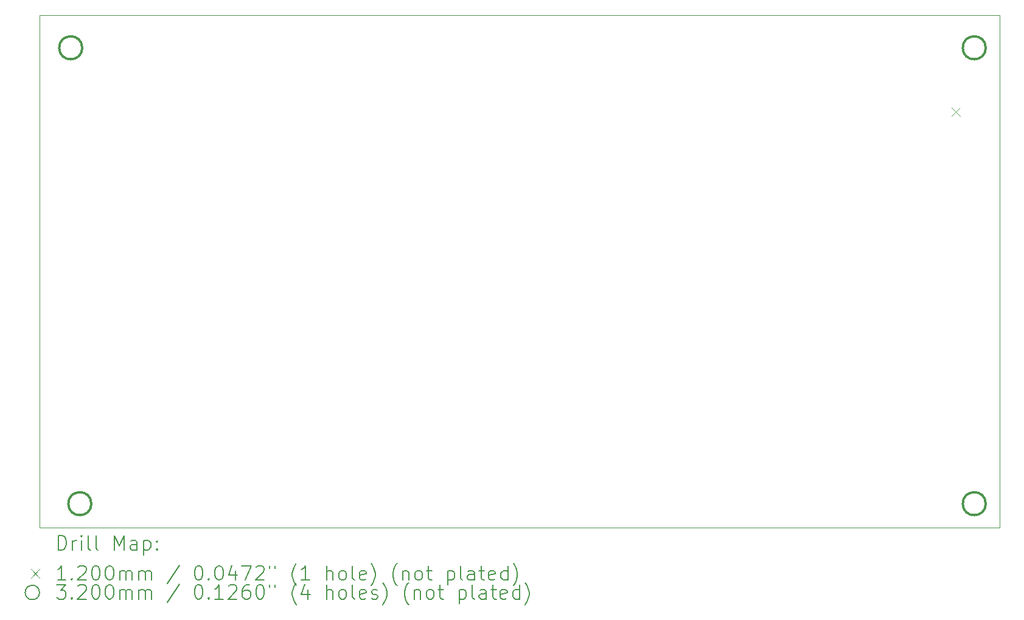
<source format=gbr>
%TF.GenerationSoftware,KiCad,Pcbnew,8.0.8+1*%
%TF.CreationDate,2025-02-28T11:29:15+11:00*%
%TF.ProjectId,mcharger_if,6d636861-7267-4657-925f-69662e6b6963,rev?*%
%TF.SameCoordinates,Original*%
%TF.FileFunction,Drillmap*%
%TF.FilePolarity,Positive*%
%FSLAX45Y45*%
G04 Gerber Fmt 4.5, Leading zero omitted, Abs format (unit mm)*
G04 Created by KiCad (PCBNEW 8.0.8+1) date 2025-02-28 11:29:15*
%MOMM*%
%LPD*%
G01*
G04 APERTURE LIST*
%ADD10C,0.050000*%
%ADD11C,0.200000*%
%ADD12C,0.120000*%
%ADD13C,0.320000*%
G04 APERTURE END LIST*
D10*
X3378200Y-5892800D02*
X16738600Y-5892800D01*
X16738600Y-13030200D01*
X3378200Y-13030200D01*
X3378200Y-5892800D01*
D11*
D12*
X16069000Y-7179000D02*
X16189000Y-7299000D01*
X16189000Y-7179000D02*
X16069000Y-7299000D01*
D13*
X3970000Y-6350000D02*
G75*
G02*
X3650000Y-6350000I-160000J0D01*
G01*
X3650000Y-6350000D02*
G75*
G02*
X3970000Y-6350000I160000J0D01*
G01*
X4097000Y-12700000D02*
G75*
G02*
X3777000Y-12700000I-160000J0D01*
G01*
X3777000Y-12700000D02*
G75*
G02*
X4097000Y-12700000I160000J0D01*
G01*
X16543000Y-6350000D02*
G75*
G02*
X16223000Y-6350000I-160000J0D01*
G01*
X16223000Y-6350000D02*
G75*
G02*
X16543000Y-6350000I160000J0D01*
G01*
X16543000Y-12700000D02*
G75*
G02*
X16223000Y-12700000I-160000J0D01*
G01*
X16223000Y-12700000D02*
G75*
G02*
X16543000Y-12700000I160000J0D01*
G01*
D11*
X3636477Y-13344184D02*
X3636477Y-13144184D01*
X3636477Y-13144184D02*
X3684096Y-13144184D01*
X3684096Y-13144184D02*
X3712667Y-13153708D01*
X3712667Y-13153708D02*
X3731715Y-13172755D01*
X3731715Y-13172755D02*
X3741239Y-13191803D01*
X3741239Y-13191803D02*
X3750762Y-13229898D01*
X3750762Y-13229898D02*
X3750762Y-13258469D01*
X3750762Y-13258469D02*
X3741239Y-13296565D01*
X3741239Y-13296565D02*
X3731715Y-13315612D01*
X3731715Y-13315612D02*
X3712667Y-13334660D01*
X3712667Y-13334660D02*
X3684096Y-13344184D01*
X3684096Y-13344184D02*
X3636477Y-13344184D01*
X3836477Y-13344184D02*
X3836477Y-13210850D01*
X3836477Y-13248946D02*
X3846001Y-13229898D01*
X3846001Y-13229898D02*
X3855524Y-13220374D01*
X3855524Y-13220374D02*
X3874572Y-13210850D01*
X3874572Y-13210850D02*
X3893620Y-13210850D01*
X3960286Y-13344184D02*
X3960286Y-13210850D01*
X3960286Y-13144184D02*
X3950762Y-13153708D01*
X3950762Y-13153708D02*
X3960286Y-13163231D01*
X3960286Y-13163231D02*
X3969810Y-13153708D01*
X3969810Y-13153708D02*
X3960286Y-13144184D01*
X3960286Y-13144184D02*
X3960286Y-13163231D01*
X4084096Y-13344184D02*
X4065048Y-13334660D01*
X4065048Y-13334660D02*
X4055524Y-13315612D01*
X4055524Y-13315612D02*
X4055524Y-13144184D01*
X4188858Y-13344184D02*
X4169810Y-13334660D01*
X4169810Y-13334660D02*
X4160286Y-13315612D01*
X4160286Y-13315612D02*
X4160286Y-13144184D01*
X4417429Y-13344184D02*
X4417429Y-13144184D01*
X4417429Y-13144184D02*
X4484096Y-13287041D01*
X4484096Y-13287041D02*
X4550763Y-13144184D01*
X4550763Y-13144184D02*
X4550763Y-13344184D01*
X4731715Y-13344184D02*
X4731715Y-13239422D01*
X4731715Y-13239422D02*
X4722191Y-13220374D01*
X4722191Y-13220374D02*
X4703144Y-13210850D01*
X4703144Y-13210850D02*
X4665048Y-13210850D01*
X4665048Y-13210850D02*
X4646001Y-13220374D01*
X4731715Y-13334660D02*
X4712667Y-13344184D01*
X4712667Y-13344184D02*
X4665048Y-13344184D01*
X4665048Y-13344184D02*
X4646001Y-13334660D01*
X4646001Y-13334660D02*
X4636477Y-13315612D01*
X4636477Y-13315612D02*
X4636477Y-13296565D01*
X4636477Y-13296565D02*
X4646001Y-13277517D01*
X4646001Y-13277517D02*
X4665048Y-13267993D01*
X4665048Y-13267993D02*
X4712667Y-13267993D01*
X4712667Y-13267993D02*
X4731715Y-13258469D01*
X4826953Y-13210850D02*
X4826953Y-13410850D01*
X4826953Y-13220374D02*
X4846001Y-13210850D01*
X4846001Y-13210850D02*
X4884096Y-13210850D01*
X4884096Y-13210850D02*
X4903144Y-13220374D01*
X4903144Y-13220374D02*
X4912667Y-13229898D01*
X4912667Y-13229898D02*
X4922191Y-13248946D01*
X4922191Y-13248946D02*
X4922191Y-13306088D01*
X4922191Y-13306088D02*
X4912667Y-13325136D01*
X4912667Y-13325136D02*
X4903144Y-13334660D01*
X4903144Y-13334660D02*
X4884096Y-13344184D01*
X4884096Y-13344184D02*
X4846001Y-13344184D01*
X4846001Y-13344184D02*
X4826953Y-13334660D01*
X5007905Y-13325136D02*
X5017429Y-13334660D01*
X5017429Y-13334660D02*
X5007905Y-13344184D01*
X5007905Y-13344184D02*
X4998382Y-13334660D01*
X4998382Y-13334660D02*
X5007905Y-13325136D01*
X5007905Y-13325136D02*
X5007905Y-13344184D01*
X5007905Y-13220374D02*
X5017429Y-13229898D01*
X5017429Y-13229898D02*
X5007905Y-13239422D01*
X5007905Y-13239422D02*
X4998382Y-13229898D01*
X4998382Y-13229898D02*
X5007905Y-13220374D01*
X5007905Y-13220374D02*
X5007905Y-13239422D01*
D12*
X3255700Y-13612700D02*
X3375700Y-13732700D01*
X3375700Y-13612700D02*
X3255700Y-13732700D01*
D11*
X3741239Y-13764184D02*
X3626953Y-13764184D01*
X3684096Y-13764184D02*
X3684096Y-13564184D01*
X3684096Y-13564184D02*
X3665048Y-13592755D01*
X3665048Y-13592755D02*
X3646001Y-13611803D01*
X3646001Y-13611803D02*
X3626953Y-13621327D01*
X3826953Y-13745136D02*
X3836477Y-13754660D01*
X3836477Y-13754660D02*
X3826953Y-13764184D01*
X3826953Y-13764184D02*
X3817429Y-13754660D01*
X3817429Y-13754660D02*
X3826953Y-13745136D01*
X3826953Y-13745136D02*
X3826953Y-13764184D01*
X3912667Y-13583231D02*
X3922191Y-13573708D01*
X3922191Y-13573708D02*
X3941239Y-13564184D01*
X3941239Y-13564184D02*
X3988858Y-13564184D01*
X3988858Y-13564184D02*
X4007905Y-13573708D01*
X4007905Y-13573708D02*
X4017429Y-13583231D01*
X4017429Y-13583231D02*
X4026953Y-13602279D01*
X4026953Y-13602279D02*
X4026953Y-13621327D01*
X4026953Y-13621327D02*
X4017429Y-13649898D01*
X4017429Y-13649898D02*
X3903143Y-13764184D01*
X3903143Y-13764184D02*
X4026953Y-13764184D01*
X4150762Y-13564184D02*
X4169810Y-13564184D01*
X4169810Y-13564184D02*
X4188858Y-13573708D01*
X4188858Y-13573708D02*
X4198382Y-13583231D01*
X4198382Y-13583231D02*
X4207905Y-13602279D01*
X4207905Y-13602279D02*
X4217429Y-13640374D01*
X4217429Y-13640374D02*
X4217429Y-13687993D01*
X4217429Y-13687993D02*
X4207905Y-13726088D01*
X4207905Y-13726088D02*
X4198382Y-13745136D01*
X4198382Y-13745136D02*
X4188858Y-13754660D01*
X4188858Y-13754660D02*
X4169810Y-13764184D01*
X4169810Y-13764184D02*
X4150762Y-13764184D01*
X4150762Y-13764184D02*
X4131715Y-13754660D01*
X4131715Y-13754660D02*
X4122191Y-13745136D01*
X4122191Y-13745136D02*
X4112667Y-13726088D01*
X4112667Y-13726088D02*
X4103143Y-13687993D01*
X4103143Y-13687993D02*
X4103143Y-13640374D01*
X4103143Y-13640374D02*
X4112667Y-13602279D01*
X4112667Y-13602279D02*
X4122191Y-13583231D01*
X4122191Y-13583231D02*
X4131715Y-13573708D01*
X4131715Y-13573708D02*
X4150762Y-13564184D01*
X4341239Y-13564184D02*
X4360286Y-13564184D01*
X4360286Y-13564184D02*
X4379334Y-13573708D01*
X4379334Y-13573708D02*
X4388858Y-13583231D01*
X4388858Y-13583231D02*
X4398382Y-13602279D01*
X4398382Y-13602279D02*
X4407905Y-13640374D01*
X4407905Y-13640374D02*
X4407905Y-13687993D01*
X4407905Y-13687993D02*
X4398382Y-13726088D01*
X4398382Y-13726088D02*
X4388858Y-13745136D01*
X4388858Y-13745136D02*
X4379334Y-13754660D01*
X4379334Y-13754660D02*
X4360286Y-13764184D01*
X4360286Y-13764184D02*
X4341239Y-13764184D01*
X4341239Y-13764184D02*
X4322191Y-13754660D01*
X4322191Y-13754660D02*
X4312667Y-13745136D01*
X4312667Y-13745136D02*
X4303144Y-13726088D01*
X4303144Y-13726088D02*
X4293620Y-13687993D01*
X4293620Y-13687993D02*
X4293620Y-13640374D01*
X4293620Y-13640374D02*
X4303144Y-13602279D01*
X4303144Y-13602279D02*
X4312667Y-13583231D01*
X4312667Y-13583231D02*
X4322191Y-13573708D01*
X4322191Y-13573708D02*
X4341239Y-13564184D01*
X4493620Y-13764184D02*
X4493620Y-13630850D01*
X4493620Y-13649898D02*
X4503144Y-13640374D01*
X4503144Y-13640374D02*
X4522191Y-13630850D01*
X4522191Y-13630850D02*
X4550763Y-13630850D01*
X4550763Y-13630850D02*
X4569810Y-13640374D01*
X4569810Y-13640374D02*
X4579334Y-13659422D01*
X4579334Y-13659422D02*
X4579334Y-13764184D01*
X4579334Y-13659422D02*
X4588858Y-13640374D01*
X4588858Y-13640374D02*
X4607905Y-13630850D01*
X4607905Y-13630850D02*
X4636477Y-13630850D01*
X4636477Y-13630850D02*
X4655525Y-13640374D01*
X4655525Y-13640374D02*
X4665048Y-13659422D01*
X4665048Y-13659422D02*
X4665048Y-13764184D01*
X4760286Y-13764184D02*
X4760286Y-13630850D01*
X4760286Y-13649898D02*
X4769810Y-13640374D01*
X4769810Y-13640374D02*
X4788858Y-13630850D01*
X4788858Y-13630850D02*
X4817429Y-13630850D01*
X4817429Y-13630850D02*
X4836477Y-13640374D01*
X4836477Y-13640374D02*
X4846001Y-13659422D01*
X4846001Y-13659422D02*
X4846001Y-13764184D01*
X4846001Y-13659422D02*
X4855525Y-13640374D01*
X4855525Y-13640374D02*
X4874572Y-13630850D01*
X4874572Y-13630850D02*
X4903144Y-13630850D01*
X4903144Y-13630850D02*
X4922191Y-13640374D01*
X4922191Y-13640374D02*
X4931715Y-13659422D01*
X4931715Y-13659422D02*
X4931715Y-13764184D01*
X5322191Y-13554660D02*
X5150763Y-13811803D01*
X5579334Y-13564184D02*
X5598382Y-13564184D01*
X5598382Y-13564184D02*
X5617429Y-13573708D01*
X5617429Y-13573708D02*
X5626953Y-13583231D01*
X5626953Y-13583231D02*
X5636477Y-13602279D01*
X5636477Y-13602279D02*
X5646001Y-13640374D01*
X5646001Y-13640374D02*
X5646001Y-13687993D01*
X5646001Y-13687993D02*
X5636477Y-13726088D01*
X5636477Y-13726088D02*
X5626953Y-13745136D01*
X5626953Y-13745136D02*
X5617429Y-13754660D01*
X5617429Y-13754660D02*
X5598382Y-13764184D01*
X5598382Y-13764184D02*
X5579334Y-13764184D01*
X5579334Y-13764184D02*
X5560287Y-13754660D01*
X5560287Y-13754660D02*
X5550763Y-13745136D01*
X5550763Y-13745136D02*
X5541239Y-13726088D01*
X5541239Y-13726088D02*
X5531715Y-13687993D01*
X5531715Y-13687993D02*
X5531715Y-13640374D01*
X5531715Y-13640374D02*
X5541239Y-13602279D01*
X5541239Y-13602279D02*
X5550763Y-13583231D01*
X5550763Y-13583231D02*
X5560287Y-13573708D01*
X5560287Y-13573708D02*
X5579334Y-13564184D01*
X5731715Y-13745136D02*
X5741239Y-13754660D01*
X5741239Y-13754660D02*
X5731715Y-13764184D01*
X5731715Y-13764184D02*
X5722191Y-13754660D01*
X5722191Y-13754660D02*
X5731715Y-13745136D01*
X5731715Y-13745136D02*
X5731715Y-13764184D01*
X5865048Y-13564184D02*
X5884096Y-13564184D01*
X5884096Y-13564184D02*
X5903144Y-13573708D01*
X5903144Y-13573708D02*
X5912667Y-13583231D01*
X5912667Y-13583231D02*
X5922191Y-13602279D01*
X5922191Y-13602279D02*
X5931715Y-13640374D01*
X5931715Y-13640374D02*
X5931715Y-13687993D01*
X5931715Y-13687993D02*
X5922191Y-13726088D01*
X5922191Y-13726088D02*
X5912667Y-13745136D01*
X5912667Y-13745136D02*
X5903144Y-13754660D01*
X5903144Y-13754660D02*
X5884096Y-13764184D01*
X5884096Y-13764184D02*
X5865048Y-13764184D01*
X5865048Y-13764184D02*
X5846001Y-13754660D01*
X5846001Y-13754660D02*
X5836477Y-13745136D01*
X5836477Y-13745136D02*
X5826953Y-13726088D01*
X5826953Y-13726088D02*
X5817429Y-13687993D01*
X5817429Y-13687993D02*
X5817429Y-13640374D01*
X5817429Y-13640374D02*
X5826953Y-13602279D01*
X5826953Y-13602279D02*
X5836477Y-13583231D01*
X5836477Y-13583231D02*
X5846001Y-13573708D01*
X5846001Y-13573708D02*
X5865048Y-13564184D01*
X6103144Y-13630850D02*
X6103144Y-13764184D01*
X6055525Y-13554660D02*
X6007906Y-13697517D01*
X6007906Y-13697517D02*
X6131715Y-13697517D01*
X6188858Y-13564184D02*
X6322191Y-13564184D01*
X6322191Y-13564184D02*
X6236477Y-13764184D01*
X6388858Y-13583231D02*
X6398382Y-13573708D01*
X6398382Y-13573708D02*
X6417429Y-13564184D01*
X6417429Y-13564184D02*
X6465048Y-13564184D01*
X6465048Y-13564184D02*
X6484096Y-13573708D01*
X6484096Y-13573708D02*
X6493620Y-13583231D01*
X6493620Y-13583231D02*
X6503144Y-13602279D01*
X6503144Y-13602279D02*
X6503144Y-13621327D01*
X6503144Y-13621327D02*
X6493620Y-13649898D01*
X6493620Y-13649898D02*
X6379334Y-13764184D01*
X6379334Y-13764184D02*
X6503144Y-13764184D01*
X6579334Y-13564184D02*
X6579334Y-13602279D01*
X6655525Y-13564184D02*
X6655525Y-13602279D01*
X6950763Y-13840374D02*
X6941239Y-13830850D01*
X6941239Y-13830850D02*
X6922191Y-13802279D01*
X6922191Y-13802279D02*
X6912668Y-13783231D01*
X6912668Y-13783231D02*
X6903144Y-13754660D01*
X6903144Y-13754660D02*
X6893620Y-13707041D01*
X6893620Y-13707041D02*
X6893620Y-13668946D01*
X6893620Y-13668946D02*
X6903144Y-13621327D01*
X6903144Y-13621327D02*
X6912668Y-13592755D01*
X6912668Y-13592755D02*
X6922191Y-13573708D01*
X6922191Y-13573708D02*
X6941239Y-13545136D01*
X6941239Y-13545136D02*
X6950763Y-13535612D01*
X7131715Y-13764184D02*
X7017429Y-13764184D01*
X7074572Y-13764184D02*
X7074572Y-13564184D01*
X7074572Y-13564184D02*
X7055525Y-13592755D01*
X7055525Y-13592755D02*
X7036477Y-13611803D01*
X7036477Y-13611803D02*
X7017429Y-13621327D01*
X7369810Y-13764184D02*
X7369810Y-13564184D01*
X7455525Y-13764184D02*
X7455525Y-13659422D01*
X7455525Y-13659422D02*
X7446001Y-13640374D01*
X7446001Y-13640374D02*
X7426953Y-13630850D01*
X7426953Y-13630850D02*
X7398382Y-13630850D01*
X7398382Y-13630850D02*
X7379334Y-13640374D01*
X7379334Y-13640374D02*
X7369810Y-13649898D01*
X7579334Y-13764184D02*
X7560287Y-13754660D01*
X7560287Y-13754660D02*
X7550763Y-13745136D01*
X7550763Y-13745136D02*
X7541239Y-13726088D01*
X7541239Y-13726088D02*
X7541239Y-13668946D01*
X7541239Y-13668946D02*
X7550763Y-13649898D01*
X7550763Y-13649898D02*
X7560287Y-13640374D01*
X7560287Y-13640374D02*
X7579334Y-13630850D01*
X7579334Y-13630850D02*
X7607906Y-13630850D01*
X7607906Y-13630850D02*
X7626953Y-13640374D01*
X7626953Y-13640374D02*
X7636477Y-13649898D01*
X7636477Y-13649898D02*
X7646001Y-13668946D01*
X7646001Y-13668946D02*
X7646001Y-13726088D01*
X7646001Y-13726088D02*
X7636477Y-13745136D01*
X7636477Y-13745136D02*
X7626953Y-13754660D01*
X7626953Y-13754660D02*
X7607906Y-13764184D01*
X7607906Y-13764184D02*
X7579334Y-13764184D01*
X7760287Y-13764184D02*
X7741239Y-13754660D01*
X7741239Y-13754660D02*
X7731715Y-13735612D01*
X7731715Y-13735612D02*
X7731715Y-13564184D01*
X7912668Y-13754660D02*
X7893620Y-13764184D01*
X7893620Y-13764184D02*
X7855525Y-13764184D01*
X7855525Y-13764184D02*
X7836477Y-13754660D01*
X7836477Y-13754660D02*
X7826953Y-13735612D01*
X7826953Y-13735612D02*
X7826953Y-13659422D01*
X7826953Y-13659422D02*
X7836477Y-13640374D01*
X7836477Y-13640374D02*
X7855525Y-13630850D01*
X7855525Y-13630850D02*
X7893620Y-13630850D01*
X7893620Y-13630850D02*
X7912668Y-13640374D01*
X7912668Y-13640374D02*
X7922191Y-13659422D01*
X7922191Y-13659422D02*
X7922191Y-13678469D01*
X7922191Y-13678469D02*
X7826953Y-13697517D01*
X7988858Y-13840374D02*
X7998382Y-13830850D01*
X7998382Y-13830850D02*
X8017430Y-13802279D01*
X8017430Y-13802279D02*
X8026953Y-13783231D01*
X8026953Y-13783231D02*
X8036477Y-13754660D01*
X8036477Y-13754660D02*
X8046001Y-13707041D01*
X8046001Y-13707041D02*
X8046001Y-13668946D01*
X8046001Y-13668946D02*
X8036477Y-13621327D01*
X8036477Y-13621327D02*
X8026953Y-13592755D01*
X8026953Y-13592755D02*
X8017430Y-13573708D01*
X8017430Y-13573708D02*
X7998382Y-13545136D01*
X7998382Y-13545136D02*
X7988858Y-13535612D01*
X8350763Y-13840374D02*
X8341239Y-13830850D01*
X8341239Y-13830850D02*
X8322191Y-13802279D01*
X8322191Y-13802279D02*
X8312668Y-13783231D01*
X8312668Y-13783231D02*
X8303144Y-13754660D01*
X8303144Y-13754660D02*
X8293620Y-13707041D01*
X8293620Y-13707041D02*
X8293620Y-13668946D01*
X8293620Y-13668946D02*
X8303144Y-13621327D01*
X8303144Y-13621327D02*
X8312668Y-13592755D01*
X8312668Y-13592755D02*
X8322191Y-13573708D01*
X8322191Y-13573708D02*
X8341239Y-13545136D01*
X8341239Y-13545136D02*
X8350763Y-13535612D01*
X8426953Y-13630850D02*
X8426953Y-13764184D01*
X8426953Y-13649898D02*
X8436477Y-13640374D01*
X8436477Y-13640374D02*
X8455525Y-13630850D01*
X8455525Y-13630850D02*
X8484096Y-13630850D01*
X8484096Y-13630850D02*
X8503144Y-13640374D01*
X8503144Y-13640374D02*
X8512668Y-13659422D01*
X8512668Y-13659422D02*
X8512668Y-13764184D01*
X8636477Y-13764184D02*
X8617430Y-13754660D01*
X8617430Y-13754660D02*
X8607906Y-13745136D01*
X8607906Y-13745136D02*
X8598382Y-13726088D01*
X8598382Y-13726088D02*
X8598382Y-13668946D01*
X8598382Y-13668946D02*
X8607906Y-13649898D01*
X8607906Y-13649898D02*
X8617430Y-13640374D01*
X8617430Y-13640374D02*
X8636477Y-13630850D01*
X8636477Y-13630850D02*
X8665049Y-13630850D01*
X8665049Y-13630850D02*
X8684096Y-13640374D01*
X8684096Y-13640374D02*
X8693620Y-13649898D01*
X8693620Y-13649898D02*
X8703144Y-13668946D01*
X8703144Y-13668946D02*
X8703144Y-13726088D01*
X8703144Y-13726088D02*
X8693620Y-13745136D01*
X8693620Y-13745136D02*
X8684096Y-13754660D01*
X8684096Y-13754660D02*
X8665049Y-13764184D01*
X8665049Y-13764184D02*
X8636477Y-13764184D01*
X8760287Y-13630850D02*
X8836477Y-13630850D01*
X8788858Y-13564184D02*
X8788858Y-13735612D01*
X8788858Y-13735612D02*
X8798382Y-13754660D01*
X8798382Y-13754660D02*
X8817430Y-13764184D01*
X8817430Y-13764184D02*
X8836477Y-13764184D01*
X9055525Y-13630850D02*
X9055525Y-13830850D01*
X9055525Y-13640374D02*
X9074573Y-13630850D01*
X9074573Y-13630850D02*
X9112668Y-13630850D01*
X9112668Y-13630850D02*
X9131715Y-13640374D01*
X9131715Y-13640374D02*
X9141239Y-13649898D01*
X9141239Y-13649898D02*
X9150763Y-13668946D01*
X9150763Y-13668946D02*
X9150763Y-13726088D01*
X9150763Y-13726088D02*
X9141239Y-13745136D01*
X9141239Y-13745136D02*
X9131715Y-13754660D01*
X9131715Y-13754660D02*
X9112668Y-13764184D01*
X9112668Y-13764184D02*
X9074573Y-13764184D01*
X9074573Y-13764184D02*
X9055525Y-13754660D01*
X9265049Y-13764184D02*
X9246001Y-13754660D01*
X9246001Y-13754660D02*
X9236477Y-13735612D01*
X9236477Y-13735612D02*
X9236477Y-13564184D01*
X9426954Y-13764184D02*
X9426954Y-13659422D01*
X9426954Y-13659422D02*
X9417430Y-13640374D01*
X9417430Y-13640374D02*
X9398382Y-13630850D01*
X9398382Y-13630850D02*
X9360287Y-13630850D01*
X9360287Y-13630850D02*
X9341239Y-13640374D01*
X9426954Y-13754660D02*
X9407906Y-13764184D01*
X9407906Y-13764184D02*
X9360287Y-13764184D01*
X9360287Y-13764184D02*
X9341239Y-13754660D01*
X9341239Y-13754660D02*
X9331715Y-13735612D01*
X9331715Y-13735612D02*
X9331715Y-13716565D01*
X9331715Y-13716565D02*
X9341239Y-13697517D01*
X9341239Y-13697517D02*
X9360287Y-13687993D01*
X9360287Y-13687993D02*
X9407906Y-13687993D01*
X9407906Y-13687993D02*
X9426954Y-13678469D01*
X9493620Y-13630850D02*
X9569811Y-13630850D01*
X9522192Y-13564184D02*
X9522192Y-13735612D01*
X9522192Y-13735612D02*
X9531715Y-13754660D01*
X9531715Y-13754660D02*
X9550763Y-13764184D01*
X9550763Y-13764184D02*
X9569811Y-13764184D01*
X9712668Y-13754660D02*
X9693620Y-13764184D01*
X9693620Y-13764184D02*
X9655525Y-13764184D01*
X9655525Y-13764184D02*
X9636477Y-13754660D01*
X9636477Y-13754660D02*
X9626954Y-13735612D01*
X9626954Y-13735612D02*
X9626954Y-13659422D01*
X9626954Y-13659422D02*
X9636477Y-13640374D01*
X9636477Y-13640374D02*
X9655525Y-13630850D01*
X9655525Y-13630850D02*
X9693620Y-13630850D01*
X9693620Y-13630850D02*
X9712668Y-13640374D01*
X9712668Y-13640374D02*
X9722192Y-13659422D01*
X9722192Y-13659422D02*
X9722192Y-13678469D01*
X9722192Y-13678469D02*
X9626954Y-13697517D01*
X9893620Y-13764184D02*
X9893620Y-13564184D01*
X9893620Y-13754660D02*
X9874573Y-13764184D01*
X9874573Y-13764184D02*
X9836477Y-13764184D01*
X9836477Y-13764184D02*
X9817430Y-13754660D01*
X9817430Y-13754660D02*
X9807906Y-13745136D01*
X9807906Y-13745136D02*
X9798382Y-13726088D01*
X9798382Y-13726088D02*
X9798382Y-13668946D01*
X9798382Y-13668946D02*
X9807906Y-13649898D01*
X9807906Y-13649898D02*
X9817430Y-13640374D01*
X9817430Y-13640374D02*
X9836477Y-13630850D01*
X9836477Y-13630850D02*
X9874573Y-13630850D01*
X9874573Y-13630850D02*
X9893620Y-13640374D01*
X9969811Y-13840374D02*
X9979335Y-13830850D01*
X9979335Y-13830850D02*
X9998382Y-13802279D01*
X9998382Y-13802279D02*
X10007906Y-13783231D01*
X10007906Y-13783231D02*
X10017430Y-13754660D01*
X10017430Y-13754660D02*
X10026954Y-13707041D01*
X10026954Y-13707041D02*
X10026954Y-13668946D01*
X10026954Y-13668946D02*
X10017430Y-13621327D01*
X10017430Y-13621327D02*
X10007906Y-13592755D01*
X10007906Y-13592755D02*
X9998382Y-13573708D01*
X9998382Y-13573708D02*
X9979335Y-13545136D01*
X9979335Y-13545136D02*
X9969811Y-13535612D01*
X3375700Y-13936700D02*
G75*
G02*
X3175700Y-13936700I-100000J0D01*
G01*
X3175700Y-13936700D02*
G75*
G02*
X3375700Y-13936700I100000J0D01*
G01*
X3617429Y-13828184D02*
X3741239Y-13828184D01*
X3741239Y-13828184D02*
X3674572Y-13904374D01*
X3674572Y-13904374D02*
X3703143Y-13904374D01*
X3703143Y-13904374D02*
X3722191Y-13913898D01*
X3722191Y-13913898D02*
X3731715Y-13923422D01*
X3731715Y-13923422D02*
X3741239Y-13942469D01*
X3741239Y-13942469D02*
X3741239Y-13990088D01*
X3741239Y-13990088D02*
X3731715Y-14009136D01*
X3731715Y-14009136D02*
X3722191Y-14018660D01*
X3722191Y-14018660D02*
X3703143Y-14028184D01*
X3703143Y-14028184D02*
X3646001Y-14028184D01*
X3646001Y-14028184D02*
X3626953Y-14018660D01*
X3626953Y-14018660D02*
X3617429Y-14009136D01*
X3826953Y-14009136D02*
X3836477Y-14018660D01*
X3836477Y-14018660D02*
X3826953Y-14028184D01*
X3826953Y-14028184D02*
X3817429Y-14018660D01*
X3817429Y-14018660D02*
X3826953Y-14009136D01*
X3826953Y-14009136D02*
X3826953Y-14028184D01*
X3912667Y-13847231D02*
X3922191Y-13837708D01*
X3922191Y-13837708D02*
X3941239Y-13828184D01*
X3941239Y-13828184D02*
X3988858Y-13828184D01*
X3988858Y-13828184D02*
X4007905Y-13837708D01*
X4007905Y-13837708D02*
X4017429Y-13847231D01*
X4017429Y-13847231D02*
X4026953Y-13866279D01*
X4026953Y-13866279D02*
X4026953Y-13885327D01*
X4026953Y-13885327D02*
X4017429Y-13913898D01*
X4017429Y-13913898D02*
X3903143Y-14028184D01*
X3903143Y-14028184D02*
X4026953Y-14028184D01*
X4150762Y-13828184D02*
X4169810Y-13828184D01*
X4169810Y-13828184D02*
X4188858Y-13837708D01*
X4188858Y-13837708D02*
X4198382Y-13847231D01*
X4198382Y-13847231D02*
X4207905Y-13866279D01*
X4207905Y-13866279D02*
X4217429Y-13904374D01*
X4217429Y-13904374D02*
X4217429Y-13951993D01*
X4217429Y-13951993D02*
X4207905Y-13990088D01*
X4207905Y-13990088D02*
X4198382Y-14009136D01*
X4198382Y-14009136D02*
X4188858Y-14018660D01*
X4188858Y-14018660D02*
X4169810Y-14028184D01*
X4169810Y-14028184D02*
X4150762Y-14028184D01*
X4150762Y-14028184D02*
X4131715Y-14018660D01*
X4131715Y-14018660D02*
X4122191Y-14009136D01*
X4122191Y-14009136D02*
X4112667Y-13990088D01*
X4112667Y-13990088D02*
X4103143Y-13951993D01*
X4103143Y-13951993D02*
X4103143Y-13904374D01*
X4103143Y-13904374D02*
X4112667Y-13866279D01*
X4112667Y-13866279D02*
X4122191Y-13847231D01*
X4122191Y-13847231D02*
X4131715Y-13837708D01*
X4131715Y-13837708D02*
X4150762Y-13828184D01*
X4341239Y-13828184D02*
X4360286Y-13828184D01*
X4360286Y-13828184D02*
X4379334Y-13837708D01*
X4379334Y-13837708D02*
X4388858Y-13847231D01*
X4388858Y-13847231D02*
X4398382Y-13866279D01*
X4398382Y-13866279D02*
X4407905Y-13904374D01*
X4407905Y-13904374D02*
X4407905Y-13951993D01*
X4407905Y-13951993D02*
X4398382Y-13990088D01*
X4398382Y-13990088D02*
X4388858Y-14009136D01*
X4388858Y-14009136D02*
X4379334Y-14018660D01*
X4379334Y-14018660D02*
X4360286Y-14028184D01*
X4360286Y-14028184D02*
X4341239Y-14028184D01*
X4341239Y-14028184D02*
X4322191Y-14018660D01*
X4322191Y-14018660D02*
X4312667Y-14009136D01*
X4312667Y-14009136D02*
X4303144Y-13990088D01*
X4303144Y-13990088D02*
X4293620Y-13951993D01*
X4293620Y-13951993D02*
X4293620Y-13904374D01*
X4293620Y-13904374D02*
X4303144Y-13866279D01*
X4303144Y-13866279D02*
X4312667Y-13847231D01*
X4312667Y-13847231D02*
X4322191Y-13837708D01*
X4322191Y-13837708D02*
X4341239Y-13828184D01*
X4493620Y-14028184D02*
X4493620Y-13894850D01*
X4493620Y-13913898D02*
X4503144Y-13904374D01*
X4503144Y-13904374D02*
X4522191Y-13894850D01*
X4522191Y-13894850D02*
X4550763Y-13894850D01*
X4550763Y-13894850D02*
X4569810Y-13904374D01*
X4569810Y-13904374D02*
X4579334Y-13923422D01*
X4579334Y-13923422D02*
X4579334Y-14028184D01*
X4579334Y-13923422D02*
X4588858Y-13904374D01*
X4588858Y-13904374D02*
X4607905Y-13894850D01*
X4607905Y-13894850D02*
X4636477Y-13894850D01*
X4636477Y-13894850D02*
X4655525Y-13904374D01*
X4655525Y-13904374D02*
X4665048Y-13923422D01*
X4665048Y-13923422D02*
X4665048Y-14028184D01*
X4760286Y-14028184D02*
X4760286Y-13894850D01*
X4760286Y-13913898D02*
X4769810Y-13904374D01*
X4769810Y-13904374D02*
X4788858Y-13894850D01*
X4788858Y-13894850D02*
X4817429Y-13894850D01*
X4817429Y-13894850D02*
X4836477Y-13904374D01*
X4836477Y-13904374D02*
X4846001Y-13923422D01*
X4846001Y-13923422D02*
X4846001Y-14028184D01*
X4846001Y-13923422D02*
X4855525Y-13904374D01*
X4855525Y-13904374D02*
X4874572Y-13894850D01*
X4874572Y-13894850D02*
X4903144Y-13894850D01*
X4903144Y-13894850D02*
X4922191Y-13904374D01*
X4922191Y-13904374D02*
X4931715Y-13923422D01*
X4931715Y-13923422D02*
X4931715Y-14028184D01*
X5322191Y-13818660D02*
X5150763Y-14075803D01*
X5579334Y-13828184D02*
X5598382Y-13828184D01*
X5598382Y-13828184D02*
X5617429Y-13837708D01*
X5617429Y-13837708D02*
X5626953Y-13847231D01*
X5626953Y-13847231D02*
X5636477Y-13866279D01*
X5636477Y-13866279D02*
X5646001Y-13904374D01*
X5646001Y-13904374D02*
X5646001Y-13951993D01*
X5646001Y-13951993D02*
X5636477Y-13990088D01*
X5636477Y-13990088D02*
X5626953Y-14009136D01*
X5626953Y-14009136D02*
X5617429Y-14018660D01*
X5617429Y-14018660D02*
X5598382Y-14028184D01*
X5598382Y-14028184D02*
X5579334Y-14028184D01*
X5579334Y-14028184D02*
X5560287Y-14018660D01*
X5560287Y-14018660D02*
X5550763Y-14009136D01*
X5550763Y-14009136D02*
X5541239Y-13990088D01*
X5541239Y-13990088D02*
X5531715Y-13951993D01*
X5531715Y-13951993D02*
X5531715Y-13904374D01*
X5531715Y-13904374D02*
X5541239Y-13866279D01*
X5541239Y-13866279D02*
X5550763Y-13847231D01*
X5550763Y-13847231D02*
X5560287Y-13837708D01*
X5560287Y-13837708D02*
X5579334Y-13828184D01*
X5731715Y-14009136D02*
X5741239Y-14018660D01*
X5741239Y-14018660D02*
X5731715Y-14028184D01*
X5731715Y-14028184D02*
X5722191Y-14018660D01*
X5722191Y-14018660D02*
X5731715Y-14009136D01*
X5731715Y-14009136D02*
X5731715Y-14028184D01*
X5931715Y-14028184D02*
X5817429Y-14028184D01*
X5874572Y-14028184D02*
X5874572Y-13828184D01*
X5874572Y-13828184D02*
X5855525Y-13856755D01*
X5855525Y-13856755D02*
X5836477Y-13875803D01*
X5836477Y-13875803D02*
X5817429Y-13885327D01*
X6007906Y-13847231D02*
X6017429Y-13837708D01*
X6017429Y-13837708D02*
X6036477Y-13828184D01*
X6036477Y-13828184D02*
X6084096Y-13828184D01*
X6084096Y-13828184D02*
X6103144Y-13837708D01*
X6103144Y-13837708D02*
X6112667Y-13847231D01*
X6112667Y-13847231D02*
X6122191Y-13866279D01*
X6122191Y-13866279D02*
X6122191Y-13885327D01*
X6122191Y-13885327D02*
X6112667Y-13913898D01*
X6112667Y-13913898D02*
X5998382Y-14028184D01*
X5998382Y-14028184D02*
X6122191Y-14028184D01*
X6293620Y-13828184D02*
X6255525Y-13828184D01*
X6255525Y-13828184D02*
X6236477Y-13837708D01*
X6236477Y-13837708D02*
X6226953Y-13847231D01*
X6226953Y-13847231D02*
X6207906Y-13875803D01*
X6207906Y-13875803D02*
X6198382Y-13913898D01*
X6198382Y-13913898D02*
X6198382Y-13990088D01*
X6198382Y-13990088D02*
X6207906Y-14009136D01*
X6207906Y-14009136D02*
X6217429Y-14018660D01*
X6217429Y-14018660D02*
X6236477Y-14028184D01*
X6236477Y-14028184D02*
X6274572Y-14028184D01*
X6274572Y-14028184D02*
X6293620Y-14018660D01*
X6293620Y-14018660D02*
X6303144Y-14009136D01*
X6303144Y-14009136D02*
X6312667Y-13990088D01*
X6312667Y-13990088D02*
X6312667Y-13942469D01*
X6312667Y-13942469D02*
X6303144Y-13923422D01*
X6303144Y-13923422D02*
X6293620Y-13913898D01*
X6293620Y-13913898D02*
X6274572Y-13904374D01*
X6274572Y-13904374D02*
X6236477Y-13904374D01*
X6236477Y-13904374D02*
X6217429Y-13913898D01*
X6217429Y-13913898D02*
X6207906Y-13923422D01*
X6207906Y-13923422D02*
X6198382Y-13942469D01*
X6436477Y-13828184D02*
X6455525Y-13828184D01*
X6455525Y-13828184D02*
X6474572Y-13837708D01*
X6474572Y-13837708D02*
X6484096Y-13847231D01*
X6484096Y-13847231D02*
X6493620Y-13866279D01*
X6493620Y-13866279D02*
X6503144Y-13904374D01*
X6503144Y-13904374D02*
X6503144Y-13951993D01*
X6503144Y-13951993D02*
X6493620Y-13990088D01*
X6493620Y-13990088D02*
X6484096Y-14009136D01*
X6484096Y-14009136D02*
X6474572Y-14018660D01*
X6474572Y-14018660D02*
X6455525Y-14028184D01*
X6455525Y-14028184D02*
X6436477Y-14028184D01*
X6436477Y-14028184D02*
X6417429Y-14018660D01*
X6417429Y-14018660D02*
X6407906Y-14009136D01*
X6407906Y-14009136D02*
X6398382Y-13990088D01*
X6398382Y-13990088D02*
X6388858Y-13951993D01*
X6388858Y-13951993D02*
X6388858Y-13904374D01*
X6388858Y-13904374D02*
X6398382Y-13866279D01*
X6398382Y-13866279D02*
X6407906Y-13847231D01*
X6407906Y-13847231D02*
X6417429Y-13837708D01*
X6417429Y-13837708D02*
X6436477Y-13828184D01*
X6579334Y-13828184D02*
X6579334Y-13866279D01*
X6655525Y-13828184D02*
X6655525Y-13866279D01*
X6950763Y-14104374D02*
X6941239Y-14094850D01*
X6941239Y-14094850D02*
X6922191Y-14066279D01*
X6922191Y-14066279D02*
X6912668Y-14047231D01*
X6912668Y-14047231D02*
X6903144Y-14018660D01*
X6903144Y-14018660D02*
X6893620Y-13971041D01*
X6893620Y-13971041D02*
X6893620Y-13932946D01*
X6893620Y-13932946D02*
X6903144Y-13885327D01*
X6903144Y-13885327D02*
X6912668Y-13856755D01*
X6912668Y-13856755D02*
X6922191Y-13837708D01*
X6922191Y-13837708D02*
X6941239Y-13809136D01*
X6941239Y-13809136D02*
X6950763Y-13799612D01*
X7112668Y-13894850D02*
X7112668Y-14028184D01*
X7065048Y-13818660D02*
X7017429Y-13961517D01*
X7017429Y-13961517D02*
X7141239Y-13961517D01*
X7369810Y-14028184D02*
X7369810Y-13828184D01*
X7455525Y-14028184D02*
X7455525Y-13923422D01*
X7455525Y-13923422D02*
X7446001Y-13904374D01*
X7446001Y-13904374D02*
X7426953Y-13894850D01*
X7426953Y-13894850D02*
X7398382Y-13894850D01*
X7398382Y-13894850D02*
X7379334Y-13904374D01*
X7379334Y-13904374D02*
X7369810Y-13913898D01*
X7579334Y-14028184D02*
X7560287Y-14018660D01*
X7560287Y-14018660D02*
X7550763Y-14009136D01*
X7550763Y-14009136D02*
X7541239Y-13990088D01*
X7541239Y-13990088D02*
X7541239Y-13932946D01*
X7541239Y-13932946D02*
X7550763Y-13913898D01*
X7550763Y-13913898D02*
X7560287Y-13904374D01*
X7560287Y-13904374D02*
X7579334Y-13894850D01*
X7579334Y-13894850D02*
X7607906Y-13894850D01*
X7607906Y-13894850D02*
X7626953Y-13904374D01*
X7626953Y-13904374D02*
X7636477Y-13913898D01*
X7636477Y-13913898D02*
X7646001Y-13932946D01*
X7646001Y-13932946D02*
X7646001Y-13990088D01*
X7646001Y-13990088D02*
X7636477Y-14009136D01*
X7636477Y-14009136D02*
X7626953Y-14018660D01*
X7626953Y-14018660D02*
X7607906Y-14028184D01*
X7607906Y-14028184D02*
X7579334Y-14028184D01*
X7760287Y-14028184D02*
X7741239Y-14018660D01*
X7741239Y-14018660D02*
X7731715Y-13999612D01*
X7731715Y-13999612D02*
X7731715Y-13828184D01*
X7912668Y-14018660D02*
X7893620Y-14028184D01*
X7893620Y-14028184D02*
X7855525Y-14028184D01*
X7855525Y-14028184D02*
X7836477Y-14018660D01*
X7836477Y-14018660D02*
X7826953Y-13999612D01*
X7826953Y-13999612D02*
X7826953Y-13923422D01*
X7826953Y-13923422D02*
X7836477Y-13904374D01*
X7836477Y-13904374D02*
X7855525Y-13894850D01*
X7855525Y-13894850D02*
X7893620Y-13894850D01*
X7893620Y-13894850D02*
X7912668Y-13904374D01*
X7912668Y-13904374D02*
X7922191Y-13923422D01*
X7922191Y-13923422D02*
X7922191Y-13942469D01*
X7922191Y-13942469D02*
X7826953Y-13961517D01*
X7998382Y-14018660D02*
X8017430Y-14028184D01*
X8017430Y-14028184D02*
X8055525Y-14028184D01*
X8055525Y-14028184D02*
X8074572Y-14018660D01*
X8074572Y-14018660D02*
X8084096Y-13999612D01*
X8084096Y-13999612D02*
X8084096Y-13990088D01*
X8084096Y-13990088D02*
X8074572Y-13971041D01*
X8074572Y-13971041D02*
X8055525Y-13961517D01*
X8055525Y-13961517D02*
X8026953Y-13961517D01*
X8026953Y-13961517D02*
X8007906Y-13951993D01*
X8007906Y-13951993D02*
X7998382Y-13932946D01*
X7998382Y-13932946D02*
X7998382Y-13923422D01*
X7998382Y-13923422D02*
X8007906Y-13904374D01*
X8007906Y-13904374D02*
X8026953Y-13894850D01*
X8026953Y-13894850D02*
X8055525Y-13894850D01*
X8055525Y-13894850D02*
X8074572Y-13904374D01*
X8150763Y-14104374D02*
X8160287Y-14094850D01*
X8160287Y-14094850D02*
X8179334Y-14066279D01*
X8179334Y-14066279D02*
X8188858Y-14047231D01*
X8188858Y-14047231D02*
X8198382Y-14018660D01*
X8198382Y-14018660D02*
X8207906Y-13971041D01*
X8207906Y-13971041D02*
X8207906Y-13932946D01*
X8207906Y-13932946D02*
X8198382Y-13885327D01*
X8198382Y-13885327D02*
X8188858Y-13856755D01*
X8188858Y-13856755D02*
X8179334Y-13837708D01*
X8179334Y-13837708D02*
X8160287Y-13809136D01*
X8160287Y-13809136D02*
X8150763Y-13799612D01*
X8512668Y-14104374D02*
X8503144Y-14094850D01*
X8503144Y-14094850D02*
X8484096Y-14066279D01*
X8484096Y-14066279D02*
X8474573Y-14047231D01*
X8474573Y-14047231D02*
X8465049Y-14018660D01*
X8465049Y-14018660D02*
X8455525Y-13971041D01*
X8455525Y-13971041D02*
X8455525Y-13932946D01*
X8455525Y-13932946D02*
X8465049Y-13885327D01*
X8465049Y-13885327D02*
X8474573Y-13856755D01*
X8474573Y-13856755D02*
X8484096Y-13837708D01*
X8484096Y-13837708D02*
X8503144Y-13809136D01*
X8503144Y-13809136D02*
X8512668Y-13799612D01*
X8588858Y-13894850D02*
X8588858Y-14028184D01*
X8588858Y-13913898D02*
X8598382Y-13904374D01*
X8598382Y-13904374D02*
X8617430Y-13894850D01*
X8617430Y-13894850D02*
X8646001Y-13894850D01*
X8646001Y-13894850D02*
X8665049Y-13904374D01*
X8665049Y-13904374D02*
X8674573Y-13923422D01*
X8674573Y-13923422D02*
X8674573Y-14028184D01*
X8798382Y-14028184D02*
X8779334Y-14018660D01*
X8779334Y-14018660D02*
X8769811Y-14009136D01*
X8769811Y-14009136D02*
X8760287Y-13990088D01*
X8760287Y-13990088D02*
X8760287Y-13932946D01*
X8760287Y-13932946D02*
X8769811Y-13913898D01*
X8769811Y-13913898D02*
X8779334Y-13904374D01*
X8779334Y-13904374D02*
X8798382Y-13894850D01*
X8798382Y-13894850D02*
X8826954Y-13894850D01*
X8826954Y-13894850D02*
X8846001Y-13904374D01*
X8846001Y-13904374D02*
X8855525Y-13913898D01*
X8855525Y-13913898D02*
X8865049Y-13932946D01*
X8865049Y-13932946D02*
X8865049Y-13990088D01*
X8865049Y-13990088D02*
X8855525Y-14009136D01*
X8855525Y-14009136D02*
X8846001Y-14018660D01*
X8846001Y-14018660D02*
X8826954Y-14028184D01*
X8826954Y-14028184D02*
X8798382Y-14028184D01*
X8922192Y-13894850D02*
X8998382Y-13894850D01*
X8950763Y-13828184D02*
X8950763Y-13999612D01*
X8950763Y-13999612D02*
X8960287Y-14018660D01*
X8960287Y-14018660D02*
X8979334Y-14028184D01*
X8979334Y-14028184D02*
X8998382Y-14028184D01*
X9217430Y-13894850D02*
X9217430Y-14094850D01*
X9217430Y-13904374D02*
X9236477Y-13894850D01*
X9236477Y-13894850D02*
X9274573Y-13894850D01*
X9274573Y-13894850D02*
X9293620Y-13904374D01*
X9293620Y-13904374D02*
X9303144Y-13913898D01*
X9303144Y-13913898D02*
X9312668Y-13932946D01*
X9312668Y-13932946D02*
X9312668Y-13990088D01*
X9312668Y-13990088D02*
X9303144Y-14009136D01*
X9303144Y-14009136D02*
X9293620Y-14018660D01*
X9293620Y-14018660D02*
X9274573Y-14028184D01*
X9274573Y-14028184D02*
X9236477Y-14028184D01*
X9236477Y-14028184D02*
X9217430Y-14018660D01*
X9426954Y-14028184D02*
X9407906Y-14018660D01*
X9407906Y-14018660D02*
X9398382Y-13999612D01*
X9398382Y-13999612D02*
X9398382Y-13828184D01*
X9588858Y-14028184D02*
X9588858Y-13923422D01*
X9588858Y-13923422D02*
X9579335Y-13904374D01*
X9579335Y-13904374D02*
X9560287Y-13894850D01*
X9560287Y-13894850D02*
X9522192Y-13894850D01*
X9522192Y-13894850D02*
X9503144Y-13904374D01*
X9588858Y-14018660D02*
X9569811Y-14028184D01*
X9569811Y-14028184D02*
X9522192Y-14028184D01*
X9522192Y-14028184D02*
X9503144Y-14018660D01*
X9503144Y-14018660D02*
X9493620Y-13999612D01*
X9493620Y-13999612D02*
X9493620Y-13980565D01*
X9493620Y-13980565D02*
X9503144Y-13961517D01*
X9503144Y-13961517D02*
X9522192Y-13951993D01*
X9522192Y-13951993D02*
X9569811Y-13951993D01*
X9569811Y-13951993D02*
X9588858Y-13942469D01*
X9655525Y-13894850D02*
X9731715Y-13894850D01*
X9684096Y-13828184D02*
X9684096Y-13999612D01*
X9684096Y-13999612D02*
X9693620Y-14018660D01*
X9693620Y-14018660D02*
X9712668Y-14028184D01*
X9712668Y-14028184D02*
X9731715Y-14028184D01*
X9874573Y-14018660D02*
X9855525Y-14028184D01*
X9855525Y-14028184D02*
X9817430Y-14028184D01*
X9817430Y-14028184D02*
X9798382Y-14018660D01*
X9798382Y-14018660D02*
X9788858Y-13999612D01*
X9788858Y-13999612D02*
X9788858Y-13923422D01*
X9788858Y-13923422D02*
X9798382Y-13904374D01*
X9798382Y-13904374D02*
X9817430Y-13894850D01*
X9817430Y-13894850D02*
X9855525Y-13894850D01*
X9855525Y-13894850D02*
X9874573Y-13904374D01*
X9874573Y-13904374D02*
X9884096Y-13923422D01*
X9884096Y-13923422D02*
X9884096Y-13942469D01*
X9884096Y-13942469D02*
X9788858Y-13961517D01*
X10055525Y-14028184D02*
X10055525Y-13828184D01*
X10055525Y-14018660D02*
X10036477Y-14028184D01*
X10036477Y-14028184D02*
X9998382Y-14028184D01*
X9998382Y-14028184D02*
X9979335Y-14018660D01*
X9979335Y-14018660D02*
X9969811Y-14009136D01*
X9969811Y-14009136D02*
X9960287Y-13990088D01*
X9960287Y-13990088D02*
X9960287Y-13932946D01*
X9960287Y-13932946D02*
X9969811Y-13913898D01*
X9969811Y-13913898D02*
X9979335Y-13904374D01*
X9979335Y-13904374D02*
X9998382Y-13894850D01*
X9998382Y-13894850D02*
X10036477Y-13894850D01*
X10036477Y-13894850D02*
X10055525Y-13904374D01*
X10131716Y-14104374D02*
X10141239Y-14094850D01*
X10141239Y-14094850D02*
X10160287Y-14066279D01*
X10160287Y-14066279D02*
X10169811Y-14047231D01*
X10169811Y-14047231D02*
X10179335Y-14018660D01*
X10179335Y-14018660D02*
X10188858Y-13971041D01*
X10188858Y-13971041D02*
X10188858Y-13932946D01*
X10188858Y-13932946D02*
X10179335Y-13885327D01*
X10179335Y-13885327D02*
X10169811Y-13856755D01*
X10169811Y-13856755D02*
X10160287Y-13837708D01*
X10160287Y-13837708D02*
X10141239Y-13809136D01*
X10141239Y-13809136D02*
X10131716Y-13799612D01*
M02*

</source>
